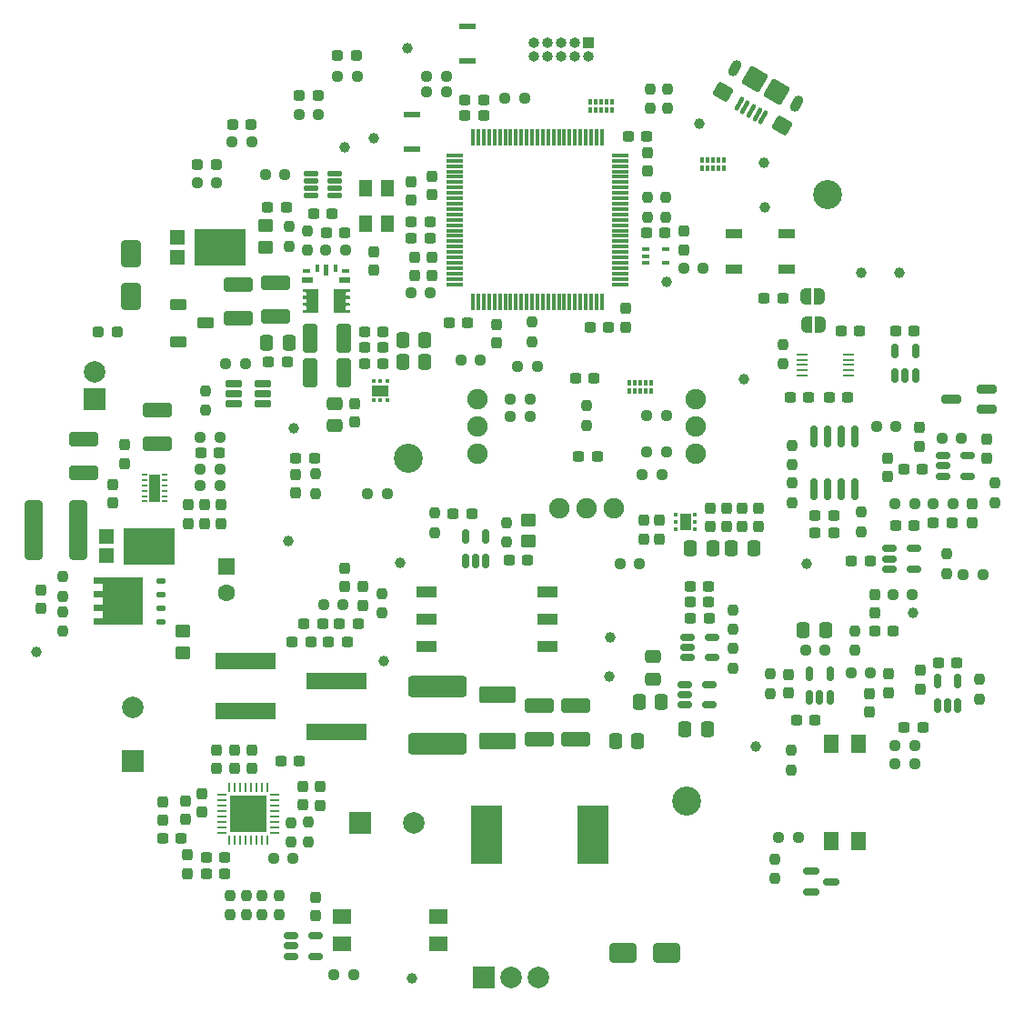
<source format=gbr>
%TF.GenerationSoftware,KiCad,Pcbnew,8.0.6*%
%TF.CreationDate,2025-01-23T19:41:03-07:00*%
%TF.ProjectId,UAM,55414d2e-6b69-4636-9164-5f7063625858,rev?*%
%TF.SameCoordinates,Original*%
%TF.FileFunction,Soldermask,Top*%
%TF.FilePolarity,Negative*%
%FSLAX46Y46*%
G04 Gerber Fmt 4.6, Leading zero omitted, Abs format (unit mm)*
G04 Created by KiCad (PCBNEW 8.0.6) date 2025-01-23 19:41:03*
%MOMM*%
%LPD*%
G01*
G04 APERTURE LIST*
G04 Aperture macros list*
%AMRoundRect*
0 Rectangle with rounded corners*
0 $1 Rounding radius*
0 $2 $3 $4 $5 $6 $7 $8 $9 X,Y pos of 4 corners*
0 Add a 4 corners polygon primitive as box body*
4,1,4,$2,$3,$4,$5,$6,$7,$8,$9,$2,$3,0*
0 Add four circle primitives for the rounded corners*
1,1,$1+$1,$2,$3*
1,1,$1+$1,$4,$5*
1,1,$1+$1,$6,$7*
1,1,$1+$1,$8,$9*
0 Add four rect primitives between the rounded corners*
20,1,$1+$1,$2,$3,$4,$5,0*
20,1,$1+$1,$4,$5,$6,$7,0*
20,1,$1+$1,$6,$7,$8,$9,0*
20,1,$1+$1,$8,$9,$2,$3,0*%
%AMHorizOval*
0 Thick line with rounded ends*
0 $1 width*
0 $2 $3 position (X,Y) of the first rounded end (center of the circle)*
0 $4 $5 position (X,Y) of the second rounded end (center of the circle)*
0 Add line between two ends*
20,1,$1,$2,$3,$4,$5,0*
0 Add two circle primitives to create the rounded ends*
1,1,$1,$2,$3*
1,1,$1,$4,$5*%
%AMFreePoly0*
4,1,17,2.675000,1.605000,1.875000,1.605000,1.875000,0.935000,2.675000,0.935000,2.675000,0.335000,1.875000,0.335000,1.875000,-0.335000,2.675000,-0.335000,2.675000,-0.935000,1.875000,-0.935000,1.875000,-1.605000,2.675000,-1.605000,2.675000,-2.205000,-1.875000,-2.205000,-1.875000,2.205000,2.675000,2.205000,2.675000,1.605000,2.675000,1.605000,$1*%
%AMFreePoly1*
4,1,19,0.000000,0.744911,0.071157,0.744911,0.207708,0.704816,0.327430,0.627875,0.420627,0.520320,0.479746,0.390866,0.500000,0.250000,0.500000,-0.250000,0.479746,-0.390866,0.420627,-0.520320,0.327430,-0.627875,0.207708,-0.704816,0.071157,-0.744911,0.000000,-0.744911,0.000000,-0.750000,-0.500000,-0.750000,-0.500000,0.750000,0.000000,0.750000,0.000000,0.744911,0.000000,0.744911,
$1*%
%AMFreePoly2*
4,1,19,0.500000,-0.750000,0.000000,-0.750000,0.000000,-0.744911,-0.071157,-0.744911,-0.207708,-0.704816,-0.327430,-0.627875,-0.420627,-0.520320,-0.479746,-0.390866,-0.500000,-0.250000,-0.500000,0.250000,-0.479746,0.390866,-0.420627,0.520320,-0.327430,0.627875,-0.207708,0.704816,-0.071157,0.744911,0.000000,0.744911,0.000000,0.750000,0.500000,0.750000,0.500000,-0.750000,0.500000,-0.750000,
$1*%
G04 Aperture macros list end*
%ADD10C,0.000000*%
%ADD11C,1.000000*%
%ADD12RoundRect,0.250000X-0.450000X0.350000X-0.450000X-0.350000X0.450000X-0.350000X0.450000X0.350000X0*%
%ADD13RoundRect,0.250000X1.100000X-0.412500X1.100000X0.412500X-1.100000X0.412500X-1.100000X-0.412500X0*%
%ADD14RoundRect,0.075000X-0.075000X-0.725000X0.075000X-0.725000X0.075000X0.725000X-0.075000X0.725000X0*%
%ADD15RoundRect,0.075000X-0.725000X-0.075000X0.725000X-0.075000X0.725000X0.075000X-0.725000X0.075000X0*%
%ADD16RoundRect,0.250000X-1.100000X0.412500X-1.100000X-0.412500X1.100000X-0.412500X1.100000X0.412500X0*%
%ADD17RoundRect,0.237500X0.300000X0.237500X-0.300000X0.237500X-0.300000X-0.237500X0.300000X-0.237500X0*%
%ADD18RoundRect,0.237500X-0.250000X-0.237500X0.250000X-0.237500X0.250000X0.237500X-0.250000X0.237500X0*%
%ADD19RoundRect,0.237500X0.237500X-0.300000X0.237500X0.300000X-0.237500X0.300000X-0.237500X-0.300000X0*%
%ADD20RoundRect,0.237500X0.250000X0.237500X-0.250000X0.237500X-0.250000X-0.237500X0.250000X-0.237500X0*%
%ADD21R,5.689600X1.600200*%
%ADD22C,2.700000*%
%ADD23RoundRect,0.237500X-0.237500X0.300000X-0.237500X-0.300000X0.237500X-0.300000X0.237500X0.300000X0*%
%ADD24RoundRect,0.237500X-0.237500X0.250000X-0.237500X-0.250000X0.237500X-0.250000X0.237500X0.250000X0*%
%ADD25R,3.500000X3.500000*%
%ADD26RoundRect,0.062500X0.337500X-0.062500X0.337500X0.062500X-0.337500X0.062500X-0.337500X-0.062500X0*%
%ADD27RoundRect,0.062500X0.062500X-0.337500X0.062500X0.337500X-0.062500X0.337500X-0.062500X-0.337500X0*%
%ADD28RoundRect,0.237500X-0.300000X-0.237500X0.300000X-0.237500X0.300000X0.237500X-0.300000X0.237500X0*%
%ADD29RoundRect,0.437500X-0.437500X-2.362500X0.437500X-2.362500X0.437500X2.362500X-0.437500X2.362500X0*%
%ADD30R,2.900000X5.400000*%
%ADD31RoundRect,0.237500X0.237500X-0.250000X0.237500X0.250000X-0.237500X0.250000X-0.237500X-0.250000X0*%
%ADD32RoundRect,0.150000X-0.150000X0.825000X-0.150000X-0.825000X0.150000X-0.825000X0.150000X0.825000X0*%
%ADD33R,1.500000X0.550000*%
%ADD34RoundRect,0.150000X-0.512500X-0.150000X0.512500X-0.150000X0.512500X0.150000X-0.512500X0.150000X0*%
%ADD35RoundRect,0.250000X0.337500X0.475000X-0.337500X0.475000X-0.337500X-0.475000X0.337500X-0.475000X0*%
%ADD36RoundRect,0.250000X-0.550000X0.250000X-0.550000X-0.250000X0.550000X-0.250000X0.550000X0.250000X0*%
%ADD37R,4.860000X3.360000*%
%ADD38R,1.400000X1.390000*%
%ADD39RoundRect,0.250000X-0.475000X0.337500X-0.475000X-0.337500X0.475000X-0.337500X0.475000X0.337500X0*%
%ADD40RoundRect,0.150000X0.150000X-0.512500X0.150000X0.512500X-0.150000X0.512500X-0.150000X-0.512500X0*%
%ADD41O,1.000000X1.000000*%
%ADD42R,1.000000X1.000000*%
%ADD43C,1.600000*%
%ADD44R,1.600000X1.600000*%
%ADD45RoundRect,0.250000X-1.450000X0.537500X-1.450000X-0.537500X1.450000X-0.537500X1.450000X0.537500X0*%
%ADD46RoundRect,0.125000X-0.537500X-0.125000X0.537500X-0.125000X0.537500X0.125000X-0.537500X0.125000X0*%
%ADD47RoundRect,0.237500X0.287500X0.237500X-0.287500X0.237500X-0.287500X-0.237500X0.287500X-0.237500X0*%
%ADD48RoundRect,0.250000X-0.337500X-0.475000X0.337500X-0.475000X0.337500X0.475000X-0.337500X0.475000X0*%
%ADD49RoundRect,0.250000X0.475000X-0.337500X0.475000X0.337500X-0.475000X0.337500X-0.475000X-0.337500X0*%
%ADD50C,2.000000*%
%ADD51R,2.000000X2.000000*%
%ADD52R,1.000000X1.600000*%
%ADD53RoundRect,0.093750X0.093750X0.106250X-0.093750X0.106250X-0.093750X-0.106250X0.093750X-0.106250X0*%
%ADD54RoundRect,0.090000X0.660000X0.360000X-0.660000X0.360000X-0.660000X-0.360000X0.660000X-0.360000X0*%
%ADD55RoundRect,0.075000X-0.075000X-0.200000X0.075000X-0.200000X0.075000X0.200000X-0.075000X0.200000X0*%
%ADD56RoundRect,0.250000X-0.650000X1.000000X-0.650000X-1.000000X0.650000X-1.000000X0.650000X1.000000X0*%
%ADD57RoundRect,0.250000X-0.412500X-1.100000X0.412500X-1.100000X0.412500X1.100000X-0.412500X1.100000X0*%
%ADD58RoundRect,0.200000X0.700000X0.200000X-0.700000X0.200000X-0.700000X-0.200000X0.700000X-0.200000X0*%
%ADD59RoundRect,0.162500X-0.617500X-0.162500X0.617500X-0.162500X0.617500X0.162500X-0.617500X0.162500X0*%
%ADD60RoundRect,0.250000X1.000000X0.650000X-1.000000X0.650000X-1.000000X-0.650000X1.000000X-0.650000X0*%
%ADD61RoundRect,0.249999X-2.450001X0.737501X-2.450001X-0.737501X2.450001X-0.737501X2.450001X0.737501X0*%
%ADD62RoundRect,0.075000X0.075000X0.200000X-0.075000X0.200000X-0.075000X-0.200000X0.075000X-0.200000X0*%
%ADD63HorizOval,0.900000X-0.175000X-0.303109X0.175000X0.303109X0*%
%ADD64RoundRect,0.250000X0.701314X0.114711X-0.251314X0.664711X-0.701314X-0.114711X0.251314X-0.664711X0*%
%ADD65RoundRect,0.250000X0.956218X0.256218X-0.256218X0.956218X-0.956218X-0.256218X0.256218X-0.956218X0*%
%ADD66RoundRect,0.100000X0.374103X0.447965X0.200897X0.547965X-0.374103X-0.447965X-0.200897X-0.547965X0*%
%ADD67R,1.100000X0.250000*%
%ADD68RoundRect,0.125000X0.300000X0.125000X-0.300000X0.125000X-0.300000X-0.125000X0.300000X-0.125000X0*%
%ADD69FreePoly0,180.000000*%
%ADD70R,1.701800X1.397000*%
%ADD71RoundRect,0.150000X-0.587500X-0.150000X0.587500X-0.150000X0.587500X0.150000X-0.587500X0.150000X0*%
%ADD72FreePoly1,180.000000*%
%ADD73FreePoly2,180.000000*%
%ADD74R,1.397000X1.701800*%
%ADD75R,1.600000X1.000000*%
%ADD76RoundRect,0.093750X-0.106250X0.093750X-0.106250X-0.093750X0.106250X-0.093750X0.106250X0.093750X0*%
%ADD77R,1.000000X2.650000*%
%ADD78RoundRect,0.062500X-0.187500X-0.062500X0.187500X-0.062500X0.187500X0.062500X-0.187500X0.062500X0*%
%ADD79R,0.399999X0.800001*%
%ADD80R,0.800001X0.399999*%
%ADD81R,1.100000X0.499999*%
%ADD82RoundRect,0.054500X-0.860500X-0.490500X0.860500X-0.490500X0.860500X0.490500X-0.860500X0.490500X0*%
%ADD83R,1.830000X1.090000*%
%ADD84R,1.300000X1.600000*%
%ADD85RoundRect,0.100000X-0.225000X-0.100000X0.225000X-0.100000X0.225000X0.100000X-0.225000X0.100000X0*%
%ADD86RoundRect,0.237500X-0.287500X-0.237500X0.287500X-0.237500X0.287500X0.237500X-0.287500X0.237500X0*%
%ADD87C,1.905000*%
G04 APERTURE END LIST*
D10*
%TO.C,U4*%
G36*
X52121389Y-37945096D02*
G01*
X52130770Y-37947941D01*
X52139413Y-37952561D01*
X52146990Y-37958779D01*
X52153208Y-37966356D01*
X52157831Y-37974999D01*
X52160675Y-37984380D01*
X52161636Y-37994136D01*
X52161636Y-38894136D01*
X52160675Y-38903890D01*
X52157831Y-38913270D01*
X52153208Y-38921914D01*
X52146990Y-38929491D01*
X52139413Y-38935709D01*
X52130770Y-38940329D01*
X52121389Y-38943174D01*
X52111636Y-38944136D01*
X51811636Y-38944136D01*
X51801883Y-38943174D01*
X51792502Y-38940329D01*
X51783859Y-38935709D01*
X51776282Y-38929491D01*
X51770064Y-38921914D01*
X51765441Y-38913270D01*
X51762597Y-38903890D01*
X51761636Y-38894136D01*
X51761636Y-37994136D01*
X51762597Y-37984380D01*
X51765441Y-37974999D01*
X51770064Y-37966356D01*
X51776282Y-37958779D01*
X51783859Y-37952561D01*
X51792502Y-37947941D01*
X51801883Y-37945096D01*
X51811636Y-37944136D01*
X52111636Y-37944136D01*
X52121389Y-37945096D01*
G37*
G36*
X54161637Y-40244136D02*
G01*
X54161637Y-40444138D01*
X54111637Y-40494138D01*
X53836636Y-40494133D01*
X53786636Y-40544138D01*
X53786636Y-40794138D01*
X53836636Y-40844138D01*
X54111634Y-40844138D01*
X54161637Y-40894138D01*
X54161637Y-41094137D01*
X54111639Y-41144137D01*
X53836636Y-41144137D01*
X53786636Y-41194137D01*
X53786636Y-41444136D01*
X53836636Y-41494136D01*
X54111637Y-41494136D01*
X54161637Y-41544136D01*
X54161637Y-41744138D01*
X54111637Y-41794138D01*
X53836636Y-41794138D01*
X53786636Y-41844138D01*
X53786636Y-42094138D01*
X53836636Y-42144138D01*
X54111637Y-42144138D01*
X54161637Y-42194137D01*
X54161637Y-42394137D01*
X54111637Y-42444137D01*
X52711637Y-42444137D01*
X52661637Y-42394137D01*
X52661637Y-40244136D01*
X52711637Y-40194136D01*
X54111637Y-40194136D01*
X54161637Y-40244136D01*
G37*
G36*
X51261635Y-40244136D02*
G01*
X51261635Y-42394137D01*
X51211635Y-42444137D01*
X49811635Y-42444137D01*
X49761635Y-42394137D01*
X49761635Y-42194137D01*
X49811635Y-42144138D01*
X50086636Y-42144138D01*
X50136636Y-42094138D01*
X50136636Y-41844138D01*
X50086636Y-41794138D01*
X49811635Y-41794138D01*
X49761635Y-41744138D01*
X49761635Y-41544136D01*
X49811635Y-41494136D01*
X50086636Y-41494136D01*
X50136636Y-41444136D01*
X50136636Y-41194137D01*
X50086636Y-41144137D01*
X49811633Y-41144137D01*
X49761635Y-41094137D01*
X49761635Y-40894138D01*
X49811638Y-40844138D01*
X50086636Y-40844138D01*
X50136636Y-40794138D01*
X50136636Y-40544138D01*
X50086636Y-40494133D01*
X49811635Y-40494138D01*
X49761635Y-40444138D01*
X49761635Y-40244136D01*
X49811635Y-40194136D01*
X51211635Y-40194136D01*
X51261635Y-40244136D01*
G37*
%TD*%
D11*
%TO.C,TP6*%
X92824136Y-32594136D03*
%TD*%
D12*
%TO.C,R35*%
X38624136Y-74094136D03*
X38624136Y-72094136D03*
%TD*%
D13*
%TO.C,C55*%
X36224136Y-51531636D03*
X36224136Y-54656636D03*
%TD*%
D14*
%TO.C,U1*%
X65636636Y-26094136D03*
X66136636Y-26094136D03*
X66636636Y-26094136D03*
X67136636Y-26094136D03*
X67636636Y-26094136D03*
X68136636Y-26094136D03*
X68636636Y-26094136D03*
X69136636Y-26094136D03*
X69636636Y-26094136D03*
X70136636Y-26094136D03*
X70636636Y-26094136D03*
X71136636Y-26094136D03*
X71636636Y-26094136D03*
X72136636Y-26094136D03*
X72636636Y-26094136D03*
X73136636Y-26094136D03*
X73636636Y-26094136D03*
X74136636Y-26094136D03*
X74636636Y-26094136D03*
X75136636Y-26094136D03*
X75636636Y-26094136D03*
X76136636Y-26094136D03*
X76636636Y-26094136D03*
X77136636Y-26094136D03*
X77636636Y-26094136D03*
D15*
X79311636Y-27769136D03*
X79311636Y-28269136D03*
X79311636Y-28769136D03*
X79311636Y-29269136D03*
X79311636Y-29769136D03*
X79311636Y-30269136D03*
X79311636Y-30769136D03*
X79311636Y-31269136D03*
X79311636Y-31769136D03*
X79311636Y-32269136D03*
X79311636Y-32769136D03*
X79311636Y-33269136D03*
X79311636Y-33769136D03*
X79311636Y-34269136D03*
X79311636Y-34769136D03*
X79311636Y-35269136D03*
X79311636Y-35769136D03*
X79311636Y-36269136D03*
X79311636Y-36769136D03*
X79311636Y-37269136D03*
X79311636Y-37769136D03*
X79311636Y-38269136D03*
X79311636Y-38769136D03*
X79311636Y-39269136D03*
X79311636Y-39769136D03*
D14*
X77636636Y-41444136D03*
X77136636Y-41444136D03*
X76636636Y-41444136D03*
X76136636Y-41444136D03*
X75636636Y-41444136D03*
X75136636Y-41444136D03*
X74636636Y-41444136D03*
X74136636Y-41444136D03*
X73636636Y-41444136D03*
X73136636Y-41444136D03*
X72636636Y-41444136D03*
X72136636Y-41444136D03*
X71636636Y-41444136D03*
X71136636Y-41444136D03*
X70636636Y-41444136D03*
X70136636Y-41444136D03*
X69636636Y-41444136D03*
X69136636Y-41444136D03*
X68636636Y-41444136D03*
X68136636Y-41444136D03*
X67636636Y-41444136D03*
X67136636Y-41444136D03*
X66636636Y-41444136D03*
X66136636Y-41444136D03*
X65636636Y-41444136D03*
D15*
X63961636Y-39769136D03*
X63961636Y-39269136D03*
X63961636Y-38769136D03*
X63961636Y-38269136D03*
X63961636Y-37769136D03*
X63961636Y-37269136D03*
X63961636Y-36769136D03*
X63961636Y-36269136D03*
X63961636Y-35769136D03*
X63961636Y-35269136D03*
X63961636Y-34769136D03*
X63961636Y-34269136D03*
X63961636Y-33769136D03*
X63961636Y-33269136D03*
X63961636Y-32769136D03*
X63961636Y-32269136D03*
X63961636Y-31769136D03*
X63961636Y-31269136D03*
X63961636Y-30769136D03*
X63961636Y-30269136D03*
X63961636Y-29769136D03*
X63961636Y-29269136D03*
X63961636Y-28769136D03*
X63961636Y-28269136D03*
X63961636Y-27769136D03*
%TD*%
D11*
%TO.C,TP18*%
X91924136Y-82794136D03*
%TD*%
%TO.C,TP19*%
X106624136Y-70394136D03*
%TD*%
D16*
%TO.C,C17*%
X47224136Y-42756636D03*
X47224136Y-39631636D03*
%TD*%
D17*
%TO.C,C21*%
X46599136Y-46994136D03*
X48324136Y-46994136D03*
%TD*%
D18*
%TO.C,R57*%
X102636636Y-75944136D03*
X100811636Y-75944136D03*
%TD*%
D19*
%TO.C,C23*%
X85261636Y-34831636D03*
X85261636Y-36556636D03*
%TD*%
%TO.C,C68*%
X113424136Y-54231636D03*
X113424136Y-55956636D03*
%TD*%
D20*
%TO.C,R54*%
X69811636Y-47394136D03*
X71636636Y-47394136D03*
%TD*%
D19*
%TO.C,C93*%
X40424136Y-87194136D03*
X40424136Y-88919136D03*
%TD*%
D21*
%TO.C,L4*%
X44424136Y-74844636D03*
X44424136Y-79543636D03*
%TD*%
D16*
%TO.C,C14*%
X71824136Y-82156636D03*
X71824136Y-79031636D03*
%TD*%
D22*
%TO.C,H3*%
X98624136Y-31394136D03*
%TD*%
D20*
%TO.C,R64*%
X94111636Y-91294136D03*
X95936636Y-91294136D03*
%TD*%
D18*
%TO.C,R33*%
X70936636Y-52094136D03*
X69111636Y-52094136D03*
%TD*%
D23*
%TO.C,C105*%
X36724136Y-89694136D03*
X36724136Y-87969136D03*
%TD*%
D24*
%TO.C,R45*%
X47564136Y-98506636D03*
X47564136Y-96681636D03*
%TD*%
%TO.C,R34*%
X40761636Y-51506636D03*
X40761636Y-49681636D03*
%TD*%
D11*
%TO.C,TP13*%
X90824136Y-48594136D03*
%TD*%
D18*
%TO.C,R32*%
X70936636Y-50494136D03*
X69111636Y-50494136D03*
%TD*%
D20*
%TO.C,R15*%
X39936636Y-30294136D03*
X41761636Y-30294136D03*
%TD*%
%TO.C,R19*%
X61311636Y-21894136D03*
X63136636Y-21894136D03*
%TD*%
D24*
%TO.C,R48*%
X46024136Y-98506636D03*
X46024136Y-96681636D03*
%TD*%
D25*
%TO.C,U18*%
X44724136Y-89094136D03*
D26*
X42274136Y-90844136D03*
X42274136Y-90344136D03*
X42274136Y-89844136D03*
X42274136Y-89344136D03*
X42274136Y-88844136D03*
X42274136Y-88344136D03*
X42274136Y-87844136D03*
X42274136Y-87344136D03*
D27*
X42974136Y-86644136D03*
X43474136Y-86644136D03*
X43974136Y-86644136D03*
X44474136Y-86644136D03*
X44974136Y-86644136D03*
X45474136Y-86644136D03*
X45974136Y-86644136D03*
X46474136Y-86644136D03*
D26*
X47174136Y-87344136D03*
X47174136Y-87844136D03*
X47174136Y-88344136D03*
X47174136Y-88844136D03*
X47174136Y-89344136D03*
X47174136Y-89844136D03*
X47174136Y-90344136D03*
X47174136Y-90844136D03*
D27*
X46474136Y-91544136D03*
X45974136Y-91544136D03*
X45474136Y-91544136D03*
X44974136Y-91544136D03*
X44474136Y-91544136D03*
X43974136Y-91544136D03*
X43474136Y-91544136D03*
X42974136Y-91544136D03*
%TD*%
D28*
%TO.C,C65*%
X110224136Y-61994136D03*
X108499136Y-61994136D03*
%TD*%
D18*
%TO.C,R74*%
X106736636Y-84394136D03*
X104911636Y-84394136D03*
%TD*%
D20*
%TO.C,R27*%
X40249136Y-58494136D03*
X42074136Y-58494136D03*
%TD*%
D29*
%TO.C,L1*%
X28924136Y-62694136D03*
X24749136Y-62694136D03*
%TD*%
D30*
%TO.C,L2*%
X76774136Y-90994136D03*
X66874136Y-90994136D03*
%TD*%
D18*
%TO.C,R65*%
X54536636Y-104094136D03*
X52711636Y-104094136D03*
%TD*%
D19*
%TO.C,C77*%
X51374136Y-86581636D03*
X51374136Y-88306636D03*
%TD*%
D20*
%TO.C,R73*%
X104911636Y-82694136D03*
X106736636Y-82694136D03*
%TD*%
D11*
%TO.C,TP10*%
X101824136Y-38694136D03*
%TD*%
D18*
%TO.C,R12*%
X48136636Y-29544136D03*
X46311636Y-29544136D03*
%TD*%
D17*
%TO.C,C109*%
X68999136Y-65494136D03*
X70724136Y-65494136D03*
%TD*%
D28*
%TO.C,C110*%
X76886636Y-48494136D03*
X75161636Y-48494136D03*
%TD*%
D31*
%TO.C,R8*%
X83561636Y-31681636D03*
X83561636Y-33506636D03*
%TD*%
D28*
%TO.C,C1*%
X66624136Y-24094136D03*
X64899136Y-24094136D03*
%TD*%
D24*
%TO.C,R22*%
X89824136Y-71919136D03*
X89824136Y-70094136D03*
%TD*%
D16*
%TO.C,C12*%
X75224136Y-82156636D03*
X75224136Y-79031636D03*
%TD*%
D23*
%TO.C,C31*%
X83024136Y-63494136D03*
X83024136Y-61769136D03*
%TD*%
D32*
%TO.C,U15*%
X101229136Y-58869136D03*
X99959136Y-58869136D03*
X98689136Y-58869136D03*
X97419136Y-58869136D03*
X97419136Y-53919136D03*
X98689136Y-53919136D03*
X99959136Y-53919136D03*
X101229136Y-53919136D03*
%TD*%
D18*
%TO.C,R30*%
X83636636Y-51994136D03*
X81811636Y-51994136D03*
%TD*%
D17*
%TO.C,C100*%
X103061636Y-72044136D03*
X104786636Y-72044136D03*
%TD*%
D33*
%TO.C,SW2*%
X59924136Y-23969136D03*
X59924136Y-27219136D03*
%TD*%
D17*
%TO.C,C15*%
X51999136Y-34994136D03*
X53724136Y-34994136D03*
%TD*%
D16*
%TO.C,C16*%
X43761636Y-42956636D03*
X43761636Y-39831636D03*
%TD*%
D31*
%TO.C,R10*%
X50261636Y-34794136D03*
X50261636Y-36619136D03*
%TD*%
D33*
%TO.C,SW1*%
X65124136Y-19019136D03*
X65124136Y-15769136D03*
%TD*%
D31*
%TO.C,R21*%
X48561636Y-34394136D03*
X48561636Y-36219136D03*
%TD*%
D18*
%TO.C,R52*%
X66336636Y-46794136D03*
X64511636Y-46794136D03*
%TD*%
D23*
%TO.C,C53*%
X49104136Y-59209136D03*
X49104136Y-57484136D03*
%TD*%
D34*
%TO.C,U14*%
X111661636Y-55744136D03*
X111661636Y-57644136D03*
X109386636Y-57644136D03*
X109386636Y-56694136D03*
X109386636Y-55744136D03*
%TD*%
D17*
%TO.C,C50*%
X85861636Y-69394136D03*
X87586636Y-69394136D03*
%TD*%
D31*
%TO.C,R6*%
X82124136Y-21581636D03*
X82124136Y-23406636D03*
%TD*%
D35*
%TO.C,C20*%
X46424136Y-45194136D03*
X48499136Y-45194136D03*
%TD*%
D19*
%TO.C,C95*%
X41724136Y-83131636D03*
X41724136Y-84856636D03*
%TD*%
D20*
%TO.C,R55*%
X51711636Y-69594136D03*
X53536636Y-69594136D03*
%TD*%
D31*
%TO.C,R56*%
X95224136Y-83181636D03*
X95224136Y-85006636D03*
%TD*%
D19*
%TO.C,C37*%
X90724136Y-60594136D03*
X90724136Y-62319136D03*
%TD*%
D28*
%TO.C,C88*%
X38486636Y-91364136D03*
X36761636Y-91364136D03*
%TD*%
D11*
%TO.C,TP4*%
X92724136Y-28494136D03*
%TD*%
D36*
%TO.C,SW3*%
X38211636Y-45144136D03*
X40711636Y-43394136D03*
X38211636Y-41644136D03*
%TD*%
D11*
%TO.C,TP23*%
X48424136Y-63694136D03*
%TD*%
D28*
%TO.C,C61*%
X42024136Y-55494136D03*
X40299136Y-55494136D03*
%TD*%
D11*
%TO.C,TP2*%
X53724136Y-26994136D03*
%TD*%
%TO.C,TP17*%
X58824136Y-65694136D03*
%TD*%
D37*
%TO.C,D8*%
X35524136Y-64159136D03*
D38*
X31542136Y-65079136D03*
X31542136Y-63239136D03*
%TD*%
D18*
%TO.C,R38*%
X110336636Y-60194136D03*
X108511636Y-60194136D03*
%TD*%
D19*
%TO.C,C40*%
X67824136Y-43531636D03*
X67824136Y-45256636D03*
%TD*%
%TO.C,C101*%
X103024136Y-68681636D03*
X103024136Y-70406636D03*
%TD*%
D23*
%TO.C,C98*%
X95024136Y-77856636D03*
X95024136Y-76131636D03*
%TD*%
D39*
%TO.C,C22*%
X52761636Y-52931636D03*
X52761636Y-50856636D03*
%TD*%
D35*
%TO.C,C35*%
X85886636Y-64394136D03*
X87961636Y-64394136D03*
%TD*%
D20*
%TO.C,R39*%
X109311636Y-54094136D03*
X111136636Y-54094136D03*
%TD*%
%TO.C,R37*%
X104924136Y-60194136D03*
X106749136Y-60194136D03*
%TD*%
D40*
%TO.C,U24*%
X104924136Y-45994136D03*
X106824136Y-45994136D03*
X106824136Y-48269136D03*
X105874136Y-48269136D03*
X104924136Y-48269136D03*
%TD*%
D34*
%TO.C,U12*%
X87861636Y-72644136D03*
X87861636Y-74544136D03*
X85586636Y-74544136D03*
X85586636Y-73594136D03*
X85586636Y-72644136D03*
%TD*%
%TO.C,U20*%
X106699136Y-64394136D03*
X106699136Y-66294136D03*
X104424136Y-66294136D03*
X104424136Y-65344136D03*
X104424136Y-64394136D03*
%TD*%
D23*
%TO.C,C51*%
X32124136Y-60156636D03*
X32124136Y-58431636D03*
%TD*%
D35*
%TO.C,C47*%
X85386636Y-81194136D03*
X87461636Y-81194136D03*
%TD*%
D18*
%TO.C,R11*%
X87074136Y-38294136D03*
X85249136Y-38294136D03*
%TD*%
D41*
%TO.C,J2*%
X71321636Y-18564136D03*
X71321636Y-17294136D03*
X72591636Y-18564136D03*
X72591636Y-17294136D03*
X73861636Y-18564136D03*
X73861636Y-17294136D03*
X75131636Y-18564136D03*
X75131636Y-17294136D03*
X76401636Y-18564136D03*
D42*
X76401636Y-17294136D03*
%TD*%
D43*
%TO.C,C57*%
X42724136Y-68511757D03*
D44*
X42724136Y-66011757D03*
%TD*%
D45*
%TO.C,C63*%
X67924136Y-82269136D03*
X67924136Y-77994136D03*
%TD*%
D17*
%TO.C,C103*%
X100861636Y-65544136D03*
X102586636Y-65544136D03*
%TD*%
%TO.C,C49*%
X85861636Y-67894136D03*
X87586636Y-67894136D03*
%TD*%
D46*
%TO.C,U7*%
X52799136Y-29519136D03*
X52799136Y-30169136D03*
X52799136Y-30819136D03*
X52799136Y-31469136D03*
X50524136Y-31469136D03*
X50524136Y-30819136D03*
X50524136Y-30169136D03*
X50524136Y-29519136D03*
%TD*%
D11*
%TO.C,TP11*%
X78424136Y-72694136D03*
%TD*%
D47*
%TO.C,D3*%
X53049136Y-18494136D03*
X54799136Y-18494136D03*
%TD*%
D17*
%TO.C,C83*%
X52199136Y-73094136D03*
X53924136Y-73094136D03*
%TD*%
D18*
%TO.C,R43*%
X105024136Y-52994136D03*
X103199136Y-52994136D03*
%TD*%
D11*
%TO.C,TP15*%
X57324136Y-74854136D03*
%TD*%
D40*
%TO.C,U19*%
X96974136Y-76006636D03*
X98874136Y-76006636D03*
X98874136Y-78281636D03*
X97924136Y-78281636D03*
X96974136Y-78281636D03*
%TD*%
D20*
%TO.C,R9*%
X51949136Y-36594136D03*
X53774136Y-36594136D03*
%TD*%
D19*
%TO.C,C84*%
X55424136Y-67931636D03*
X55424136Y-69656636D03*
%TD*%
D23*
%TO.C,C25*%
X54661636Y-52594136D03*
X54661636Y-50869136D03*
%TD*%
D11*
%TO.C,TP21*%
X59524136Y-17794136D03*
%TD*%
D23*
%TO.C,C8*%
X81861636Y-29256636D03*
X81861636Y-27531636D03*
%TD*%
D48*
%TO.C,C27*%
X61161636Y-46981636D03*
X59086636Y-46981636D03*
%TD*%
D17*
%TO.C,C107*%
X85886636Y-70894136D03*
X87611636Y-70894136D03*
%TD*%
D20*
%TO.C,R36*%
X55811636Y-59294136D03*
X57636636Y-59294136D03*
%TD*%
D19*
%TO.C,C114*%
X107244136Y-75741636D03*
X107244136Y-77466636D03*
%TD*%
D18*
%TO.C,R20*%
X83236636Y-57494136D03*
X81411636Y-57494136D03*
%TD*%
D19*
%TO.C,C87*%
X45024136Y-83131636D03*
X45024136Y-84856636D03*
%TD*%
D24*
%TO.C,R40*%
X114224136Y-60106636D03*
X114224136Y-58281636D03*
%TD*%
D17*
%TO.C,C102*%
X104961636Y-62244136D03*
X106686636Y-62244136D03*
%TD*%
D49*
%TO.C,C48*%
X82424136Y-74456636D03*
X82424136Y-76531636D03*
%TD*%
D28*
%TO.C,C113*%
X110686636Y-74994136D03*
X108961636Y-74994136D03*
%TD*%
D23*
%TO.C,C32*%
X81524136Y-63494136D03*
X81524136Y-61769136D03*
%TD*%
D19*
%TO.C,C115*%
X102524136Y-77894136D03*
X102524136Y-79619136D03*
%TD*%
D22*
%TO.C,H1*%
X59624136Y-55994136D03*
%TD*%
D17*
%TO.C,C39*%
X92761636Y-41094136D03*
X94486636Y-41094136D03*
%TD*%
%TO.C,C5*%
X63399136Y-43394136D03*
X65124136Y-43394136D03*
%TD*%
D19*
%TO.C,C92*%
X43424136Y-83131636D03*
X43424136Y-84856636D03*
%TD*%
%TO.C,C59*%
X40661636Y-60331636D03*
X40661636Y-62056636D03*
%TD*%
%TO.C,C38*%
X89224136Y-60594136D03*
X89224136Y-62319136D03*
%TD*%
D28*
%TO.C,C52*%
X50886636Y-55956636D03*
X49161636Y-55956636D03*
%TD*%
D17*
%TO.C,C29*%
X55561636Y-45681636D03*
X57286636Y-45681636D03*
%TD*%
D28*
%TO.C,C81*%
X42536636Y-93144136D03*
X40811636Y-93144136D03*
%TD*%
%TO.C,C73*%
X106686636Y-44094136D03*
X104961636Y-44094136D03*
%TD*%
D31*
%TO.C,R5*%
X83724136Y-21581636D03*
X83724136Y-23406636D03*
%TD*%
D50*
%TO.C,C86*%
X33924136Y-79194136D03*
D51*
X33924136Y-84194136D03*
%TD*%
D20*
%TO.C,R68*%
X79311636Y-65794136D03*
X81136636Y-65794136D03*
%TD*%
D31*
%TO.C,R42*%
X95324136Y-54781636D03*
X95324136Y-56606636D03*
%TD*%
D17*
%TO.C,C7*%
X76561636Y-43794136D03*
X78286636Y-43794136D03*
%TD*%
D52*
%TO.C,U2*%
X85424136Y-61894136D03*
D53*
X84536636Y-62544136D03*
X84536636Y-61894136D03*
X84536636Y-61244136D03*
X86311636Y-61244136D03*
X86311636Y-61894136D03*
X86311636Y-62544136D03*
%TD*%
D17*
%TO.C,C43*%
X59899136Y-33994136D03*
X61624136Y-33994136D03*
%TD*%
D19*
%TO.C,C60*%
X39161636Y-60331636D03*
X39161636Y-62056636D03*
%TD*%
%TO.C,C33*%
X87724136Y-60594136D03*
X87724136Y-62319136D03*
%TD*%
D24*
%TO.C,R72*%
X76224136Y-52906636D03*
X76224136Y-51081636D03*
%TD*%
D17*
%TO.C,C111*%
X75461636Y-55794136D03*
X77186636Y-55794136D03*
%TD*%
D54*
%TO.C,D2*%
X89924136Y-38394136D03*
X89924136Y-35094136D03*
X94824136Y-35094136D03*
X94824136Y-38394136D03*
%TD*%
D31*
%TO.C,R46*%
X50324136Y-89881636D03*
X50324136Y-91706636D03*
%TD*%
D55*
%TO.C,U10*%
X80224136Y-48909136D03*
X80724136Y-48909136D03*
X81224136Y-48909136D03*
X81724136Y-48909136D03*
X82224136Y-48909136D03*
X82224136Y-49679136D03*
X81724136Y-49679136D03*
X81224136Y-49679136D03*
X80724136Y-49679136D03*
X80224136Y-49679136D03*
%TD*%
D19*
%TO.C,C54*%
X33161636Y-54731636D03*
X33161636Y-56456636D03*
%TD*%
D23*
%TO.C,C62*%
X25424136Y-69956636D03*
X25424136Y-68231636D03*
%TD*%
D56*
%TO.C,D1*%
X33761636Y-40907136D03*
X33761636Y-36907136D03*
%TD*%
D17*
%TO.C,C24*%
X81799136Y-34994136D03*
X83524136Y-34994136D03*
%TD*%
D47*
%TO.C,D5*%
X39974136Y-28594136D03*
X41724136Y-28594136D03*
%TD*%
D20*
%TO.C,R1*%
X59849136Y-40594136D03*
X61674136Y-40594136D03*
%TD*%
D48*
%TO.C,C34*%
X91761636Y-64394136D03*
X89686636Y-64394136D03*
%TD*%
D31*
%TO.C,R67*%
X94524136Y-45381636D03*
X94524136Y-47206636D03*
%TD*%
D19*
%TO.C,C36*%
X92224136Y-60594136D03*
X92224136Y-62319136D03*
%TD*%
D11*
%TO.C,TP24*%
X105324136Y-38694136D03*
%TD*%
D31*
%TO.C,R59*%
X93324136Y-76081636D03*
X93324136Y-77906636D03*
%TD*%
%TO.C,R66*%
X93724136Y-93281636D03*
X93724136Y-95106636D03*
%TD*%
D18*
%TO.C,R13*%
X54836636Y-20394136D03*
X53011636Y-20394136D03*
%TD*%
D23*
%TO.C,C3*%
X79861636Y-43756636D03*
X79861636Y-42031636D03*
%TD*%
D18*
%TO.C,R50*%
X48886636Y-93244136D03*
X47061636Y-93244136D03*
%TD*%
D50*
%TO.C,J3*%
X30411636Y-47929136D03*
D51*
X30411636Y-50469136D03*
%TD*%
D17*
%TO.C,C91*%
X48799136Y-73094136D03*
X50524136Y-73094136D03*
%TD*%
D57*
%TO.C,C18*%
X53624136Y-47994136D03*
X50499136Y-47994136D03*
%TD*%
D18*
%TO.C,R31*%
X83636636Y-55394136D03*
X81811636Y-55394136D03*
%TD*%
D24*
%TO.C,R7*%
X81861636Y-33506636D03*
X81861636Y-31681636D03*
%TD*%
%TO.C,R29*%
X27424136Y-72106636D03*
X27424136Y-70281636D03*
%TD*%
D18*
%TO.C,R61*%
X106536636Y-68644136D03*
X104711636Y-68644136D03*
%TD*%
D20*
%TO.C,R3*%
X42611636Y-47194136D03*
X44436636Y-47194136D03*
%TD*%
D28*
%TO.C,C44*%
X48249136Y-32594136D03*
X46524136Y-32594136D03*
%TD*%
D58*
%TO.C,D9*%
X110174136Y-50494136D03*
X113474136Y-49544136D03*
X113474136Y-51444136D03*
%TD*%
D17*
%TO.C,C69*%
X105761636Y-56994136D03*
X107486636Y-56994136D03*
%TD*%
D19*
%TO.C,C10*%
X60224136Y-37231636D03*
X60224136Y-38956636D03*
%TD*%
D11*
%TO.C,TP5*%
X83624136Y-39594136D03*
%TD*%
D47*
%TO.C,D6*%
X43249136Y-24894136D03*
X44999136Y-24894136D03*
%TD*%
D17*
%TO.C,C28*%
X55524136Y-44181636D03*
X57249136Y-44181636D03*
%TD*%
D40*
%TO.C,U25*%
X108874136Y-76756636D03*
X110774136Y-76756636D03*
X110774136Y-79031636D03*
X109824136Y-79031636D03*
X108874136Y-79031636D03*
%TD*%
D59*
%TO.C,U11*%
X46061636Y-48994136D03*
X46061636Y-49944136D03*
X46061636Y-50894136D03*
X43361636Y-50894136D03*
X43361636Y-49944136D03*
X43361636Y-48994136D03*
%TD*%
D17*
%TO.C,C30*%
X55561636Y-47181636D03*
X57286636Y-47181636D03*
%TD*%
D50*
%TO.C,C78*%
X60156459Y-89894136D03*
D51*
X55156459Y-89894136D03*
%TD*%
D11*
%TO.C,TP12*%
X59924136Y-104394136D03*
%TD*%
D28*
%TO.C,C2*%
X81824136Y-25994136D03*
X80099136Y-25994136D03*
%TD*%
D60*
%TO.C,D10*%
X79624136Y-101994136D03*
X83624136Y-101994136D03*
%TD*%
D61*
%TO.C,C11*%
X62324136Y-82531636D03*
X62324136Y-77256636D03*
%TD*%
D12*
%TO.C,R69*%
X70761636Y-63694136D03*
X70761636Y-61694136D03*
%TD*%
D17*
%TO.C,C94*%
X49899136Y-71394136D03*
X51624136Y-71394136D03*
%TD*%
D62*
%TO.C,U6*%
X78586636Y-23554136D03*
X78086636Y-23554136D03*
X77586636Y-23554136D03*
X77086636Y-23554136D03*
X76586636Y-23554136D03*
X76586636Y-22784136D03*
X77086636Y-22784136D03*
X77586636Y-22784136D03*
X78086636Y-22784136D03*
X78586636Y-22784136D03*
%TD*%
D31*
%TO.C,R44*%
X43024136Y-96681636D03*
X43024136Y-98506636D03*
%TD*%
D47*
%TO.C,D4*%
X49474136Y-22194136D03*
X51224136Y-22194136D03*
%TD*%
D28*
%TO.C,C4*%
X66624136Y-22594136D03*
X64899136Y-22594136D03*
%TD*%
D13*
%TO.C,C56*%
X29424136Y-54231636D03*
X29424136Y-57356636D03*
%TD*%
D40*
%TO.C,U16*%
X64911636Y-63256636D03*
X66811636Y-63256636D03*
X66811636Y-65531636D03*
X65861636Y-65531636D03*
X64911636Y-65531636D03*
%TD*%
D17*
%TO.C,C99*%
X95761636Y-80394136D03*
X97486636Y-80394136D03*
%TD*%
D57*
%TO.C,C19*%
X53624136Y-44794136D03*
X50499136Y-44794136D03*
%TD*%
D63*
%TO.C,J1*%
X90027022Y-19644136D03*
D64*
X88888625Y-21815898D03*
D65*
X91845676Y-20694136D03*
X93924136Y-21894136D03*
D64*
X94431187Y-25015898D03*
D63*
X95742790Y-22944136D03*
D66*
X90421573Y-22960754D03*
X90984489Y-23285754D03*
X91547406Y-23610754D03*
X92110323Y-23935754D03*
X92673239Y-24260754D03*
%TD*%
D17*
%TO.C,C80*%
X47761636Y-84194136D03*
X49486636Y-84194136D03*
%TD*%
D20*
%TO.C,R18*%
X61311636Y-20394136D03*
X63136636Y-20394136D03*
%TD*%
D18*
%TO.C,R14*%
X51249136Y-23994136D03*
X49424136Y-23994136D03*
%TD*%
D35*
%TO.C,C96*%
X96386636Y-71994136D03*
X98461636Y-71994136D03*
%TD*%
D11*
%TO.C,TP16*%
X48924136Y-53194136D03*
%TD*%
D31*
%TO.C,R70*%
X68761636Y-61981636D03*
X68761636Y-63806636D03*
%TD*%
D24*
%TO.C,R75*%
X112824136Y-78406636D03*
X112824136Y-76581636D03*
%TD*%
D11*
%TO.C,TP22*%
X25024136Y-73994136D03*
%TD*%
%TO.C,TP1*%
X56424136Y-26194136D03*
%TD*%
D34*
%TO.C,U21*%
X50961636Y-100444136D03*
X50961636Y-102344136D03*
X48686636Y-102344136D03*
X48686636Y-101394136D03*
X48686636Y-100444136D03*
%TD*%
D18*
%TO.C,R62*%
X113124136Y-66781636D03*
X111299136Y-66781636D03*
%TD*%
D17*
%TO.C,C108*%
X63799136Y-61144136D03*
X65524136Y-61144136D03*
%TD*%
%TO.C,C45*%
X50799136Y-33194136D03*
X52524136Y-33194136D03*
%TD*%
D48*
%TO.C,C26*%
X61161636Y-44981636D03*
X59086636Y-44981636D03*
%TD*%
D11*
%TO.C,TP7*%
X78324136Y-76294136D03*
%TD*%
D67*
%TO.C,U17*%
X96274136Y-48294136D03*
X96274136Y-47794136D03*
X96274136Y-47294136D03*
X96274136Y-46794136D03*
X96274136Y-46294136D03*
X100574136Y-46294136D03*
X100574136Y-46794136D03*
X100574136Y-47294136D03*
X100574136Y-47794136D03*
X100574136Y-48294136D03*
%TD*%
D20*
%TO.C,R2*%
X68611636Y-22414136D03*
X70436636Y-22414136D03*
%TD*%
D18*
%TO.C,R16*%
X45036636Y-26494136D03*
X43211636Y-26494136D03*
%TD*%
D19*
%TO.C,C76*%
X49824136Y-86531636D03*
X49824136Y-88256636D03*
%TD*%
%TO.C,C72*%
X107224136Y-53131636D03*
X107224136Y-54856636D03*
%TD*%
D11*
%TO.C,TP3*%
X86724136Y-24794136D03*
%TD*%
D24*
%TO.C,R23*%
X89824136Y-75519136D03*
X89824136Y-73694136D03*
%TD*%
D68*
%TO.C,Q1*%
X36574136Y-67389136D03*
X36574136Y-68659136D03*
X36574136Y-69929136D03*
X36574136Y-71199136D03*
D69*
X33024136Y-69294136D03*
%TD*%
D70*
%TO.C,U23*%
X62432636Y-98624136D03*
X62432636Y-101164136D03*
X53415636Y-101164136D03*
X53415636Y-98624136D03*
%TD*%
D71*
%TO.C,Q2*%
X99024136Y-95394136D03*
X97149136Y-96344136D03*
X97149136Y-94444136D03*
%TD*%
D24*
%TO.C,R26*%
X27424136Y-68806636D03*
X27424136Y-66981636D03*
%TD*%
D21*
%TO.C,L3*%
X52924136Y-76744636D03*
X52924136Y-81443636D03*
%TD*%
D17*
%TO.C,C13*%
X59899136Y-35494136D03*
X61624136Y-35494136D03*
%TD*%
D18*
%TO.C,R28*%
X42074136Y-56994136D03*
X40249136Y-56994136D03*
%TD*%
D24*
%TO.C,R71*%
X62061636Y-62906636D03*
X62061636Y-61081636D03*
%TD*%
D17*
%TO.C,C82*%
X53199136Y-71394136D03*
X54924136Y-71394136D03*
%TD*%
%TO.C,C71*%
X97481636Y-61274136D03*
X99206636Y-61274136D03*
%TD*%
D72*
%TO.C,JP2*%
X96624136Y-40894136D03*
D73*
X97924136Y-40894136D03*
%TD*%
D74*
%TO.C,U22*%
X98954136Y-82585636D03*
X101494136Y-82585636D03*
X101494136Y-91602636D03*
X98954136Y-91602636D03*
%TD*%
D34*
%TO.C,U9*%
X87661636Y-77044136D03*
X87661636Y-78944136D03*
X85386636Y-78944136D03*
X85386636Y-77994136D03*
X85386636Y-77044136D03*
%TD*%
D62*
%TO.C,U5*%
X88961636Y-28979136D03*
X88461636Y-28979136D03*
X87961636Y-28979136D03*
X87461636Y-28979136D03*
X86961636Y-28979136D03*
X86961636Y-28209136D03*
X87461636Y-28209136D03*
X87961636Y-28209136D03*
X88461636Y-28209136D03*
X88961636Y-28209136D03*
%TD*%
D50*
%TO.C,J4*%
X71764136Y-104294136D03*
X69224136Y-104294136D03*
D51*
X66684136Y-104294136D03*
%TD*%
D11*
%TO.C,TP20*%
X96724136Y-65794136D03*
%TD*%
D31*
%TO.C,R41*%
X95324136Y-58281636D03*
X95324136Y-60106636D03*
%TD*%
D24*
%TO.C,R47*%
X44524136Y-98506636D03*
X44524136Y-96681636D03*
%TD*%
D31*
%TO.C,R60*%
X101224136Y-72031636D03*
X101224136Y-73856636D03*
%TD*%
D19*
%TO.C,C6*%
X61861636Y-29731636D03*
X61861636Y-31456636D03*
%TD*%
D31*
%TO.C,R49*%
X48724136Y-89894136D03*
X48724136Y-91719136D03*
%TD*%
%TO.C,R4*%
X101824136Y-60981636D03*
X101824136Y-62806636D03*
%TD*%
D12*
%TO.C,R17*%
X46361636Y-36294136D03*
X46361636Y-34294136D03*
%TD*%
D19*
%TO.C,C58*%
X42161636Y-60331636D03*
X42161636Y-62056636D03*
%TD*%
D28*
%TO.C,C112*%
X107516636Y-81004136D03*
X105791636Y-81004136D03*
%TD*%
D18*
%TO.C,R25*%
X42061636Y-53994136D03*
X40236636Y-53994136D03*
%TD*%
D75*
%TO.C,U3*%
X57024136Y-49681636D03*
D76*
X57674136Y-50569136D03*
X57024136Y-50569136D03*
X56374136Y-50569136D03*
X56374136Y-48794136D03*
X57024136Y-48794136D03*
X57674136Y-48794136D03*
%TD*%
D23*
%TO.C,C97*%
X104324136Y-77806636D03*
X104324136Y-76081636D03*
%TD*%
D17*
%TO.C,C75*%
X95161636Y-50294136D03*
X96886636Y-50294136D03*
%TD*%
D19*
%TO.C,C104*%
X50974136Y-96831636D03*
X50974136Y-98556636D03*
%TD*%
D77*
%TO.C,U13*%
X36011636Y-58744136D03*
D78*
X36961636Y-57494136D03*
X36961636Y-57994136D03*
X36961636Y-58494136D03*
X36961636Y-58994136D03*
X36961636Y-59494136D03*
X36961636Y-59994136D03*
X35061636Y-59994136D03*
X35061636Y-59494136D03*
X35061636Y-58994136D03*
X35061636Y-58494136D03*
X35061636Y-57994136D03*
X35061636Y-57494136D03*
%TD*%
D19*
%TO.C,C85*%
X39024136Y-92931636D03*
X39024136Y-94656636D03*
%TD*%
D37*
%TO.C,D7*%
X42076636Y-36307136D03*
D38*
X38094636Y-37227136D03*
X38094636Y-35387136D03*
%TD*%
D79*
%TO.C,U4*%
X51111635Y-38294135D03*
X52811637Y-38294135D03*
D80*
X53811637Y-38494137D03*
D81*
X53661638Y-39344136D03*
X50261637Y-39344136D03*
D80*
X50111637Y-38494135D03*
%TD*%
D28*
%TO.C,C79*%
X42536636Y-94644136D03*
X40811636Y-94644136D03*
%TD*%
D18*
%TO.C,R58*%
X98436636Y-73844136D03*
X96611636Y-73844136D03*
%TD*%
D19*
%TO.C,C89*%
X38874136Y-87881636D03*
X38874136Y-89606636D03*
%TD*%
D24*
%TO.C,R24*%
X50944136Y-59259136D03*
X50944136Y-57434136D03*
%TD*%
D82*
%TO.C,TR1*%
X72581636Y-68454136D03*
X72581636Y-70994136D03*
X72581636Y-73534136D03*
X61341636Y-73534136D03*
X61341636Y-70994136D03*
D83*
X61341636Y-68454136D03*
%TD*%
D23*
%TO.C,C67*%
X104224136Y-57694136D03*
X104224136Y-55969136D03*
%TD*%
D22*
%TO.C,H2*%
X85524136Y-87894136D03*
%TD*%
D17*
%TO.C,C106*%
X99899136Y-44094136D03*
X101624136Y-44094136D03*
%TD*%
D23*
%TO.C,C90*%
X53724136Y-67956636D03*
X53724136Y-66231636D03*
%TD*%
D84*
%TO.C,Y1*%
X57661636Y-30794136D03*
X57661636Y-34094136D03*
X55661636Y-34094136D03*
X55661636Y-30794136D03*
%TD*%
D19*
%TO.C,C66*%
X112124136Y-60231636D03*
X112124136Y-61956636D03*
%TD*%
D24*
%TO.C,R51*%
X71124136Y-45119136D03*
X71124136Y-43294136D03*
%TD*%
D31*
%TO.C,R53*%
X57124136Y-68581636D03*
X57124136Y-70406636D03*
%TD*%
D85*
%TO.C,U8*%
X83611636Y-36494136D03*
X83611636Y-37794136D03*
X81711636Y-37794136D03*
X81711636Y-37144136D03*
X81711636Y-36494136D03*
%TD*%
D17*
%TO.C,C70*%
X97499136Y-62894136D03*
X99224136Y-62894136D03*
%TD*%
D19*
%TO.C,C42*%
X59861636Y-30231636D03*
X59861636Y-31956636D03*
%TD*%
D31*
%TO.C,R63*%
X109724136Y-64881636D03*
X109724136Y-66706636D03*
%TD*%
D19*
%TO.C,C41*%
X56424136Y-36731636D03*
X56424136Y-38456636D03*
%TD*%
%TO.C,C9*%
X61824136Y-37231636D03*
X61824136Y-38956636D03*
%TD*%
D86*
%TO.C,F1*%
X32536636Y-44169636D03*
X30786636Y-44169636D03*
%TD*%
D72*
%TO.C,JP1*%
X96674136Y-43494136D03*
D73*
X97974136Y-43494136D03*
%TD*%
D87*
%TO.C,J5*%
X86384136Y-50454136D03*
X86384136Y-52994136D03*
X86384136Y-55534136D03*
X78764136Y-60614136D03*
X76224136Y-60614136D03*
X73684136Y-60614136D03*
X66064136Y-55534136D03*
X66064136Y-52994136D03*
X66064136Y-50454136D03*
%TD*%
D48*
%TO.C,C64*%
X80961636Y-82294136D03*
X78886636Y-82294136D03*
%TD*%
D35*
%TO.C,C46*%
X81086636Y-78694136D03*
X83161636Y-78694136D03*
%TD*%
D28*
%TO.C,C74*%
X100549136Y-50294136D03*
X98824136Y-50294136D03*
%TD*%
M02*

</source>
